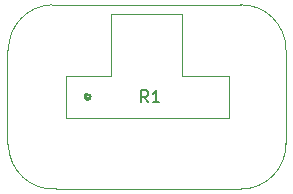
<source format=gbr>
%TF.GenerationSoftware,KiCad,Pcbnew,4.0.5-e0-6337~49~ubuntu16.04.1*%
%TF.CreationDate,2017-01-19T00:26:37-08:00*%
%TF.ProjectId,2x3-Potentiometer-P160K-TH,3278332D506F74656E74696F6D657465,1.0*%
%TF.FileFunction,Other,Fab,Top*%
%FSLAX46Y46*%
G04 Gerber Fmt 4.6, Leading zero omitted, Abs format (unit mm)*
G04 Created by KiCad (PCBNEW 4.0.5-e0-6337~49~ubuntu16.04.1) date Thu Jan 19 00:26:37 2017*
%MOMM*%
%LPD*%
G01*
G04 APERTURE LIST*
%ADD10C,0.350000*%
%ADD11C,0.040640*%
%ADD12C,0.254000*%
%ADD13C,0.050800*%
%ADD14C,0.150000*%
G04 APERTURE END LIST*
D10*
D11*
X126935960Y-90882040D02*
G75*
G03X123242592Y-94781860I106632J-3799820D01*
G01*
X123235960Y-102682040D02*
G75*
G03X127347784Y-106482040I3811824J0D01*
G01*
X142935960Y-106483356D02*
G75*
G03X146735960Y-102582040I0J3801316D01*
G01*
X146737276Y-94682040D02*
G75*
G03X142835960Y-90882040I-3801316J0D01*
G01*
X146735960Y-94682040D02*
X146735960Y-102682040D01*
X142935960Y-90882040D02*
X126935960Y-90882040D01*
X142935960Y-106482040D02*
X127235960Y-106482040D01*
X123135960Y-94682040D02*
X123135960Y-102682040D01*
X131942560Y-91671640D02*
X131942560Y-96675440D01*
D12*
X130159567Y-98682040D02*
G75*
G03X130159567Y-98682040I-223607J0D01*
G01*
D13*
X141935960Y-100482040D02*
X141935960Y-96882040D01*
X128135960Y-100482040D02*
X141935960Y-100482040D01*
X128135960Y-96882040D02*
X128135960Y-100482040D01*
D11*
X137962360Y-96700840D02*
X137962360Y-91671640D01*
X141924760Y-96878640D02*
X137962360Y-96878640D01*
X137962360Y-96878640D02*
X137962360Y-96675440D01*
X128132560Y-96878640D02*
X131942560Y-96878640D01*
X131942560Y-96878640D02*
X131942560Y-96675440D01*
X137962360Y-91671640D02*
X134990560Y-91671640D01*
X134990560Y-91671640D02*
X131942560Y-91671640D01*
D14*
X135069294Y-99134421D02*
X134735960Y-98658230D01*
X134497865Y-99134421D02*
X134497865Y-98134421D01*
X134878818Y-98134421D01*
X134974056Y-98182040D01*
X135021675Y-98229659D01*
X135069294Y-98324897D01*
X135069294Y-98467754D01*
X135021675Y-98562992D01*
X134974056Y-98610611D01*
X134878818Y-98658230D01*
X134497865Y-98658230D01*
X136021675Y-99134421D02*
X135450246Y-99134421D01*
X135735960Y-99134421D02*
X135735960Y-98134421D01*
X135640722Y-98277278D01*
X135545484Y-98372516D01*
X135450246Y-98420135D01*
M02*

</source>
